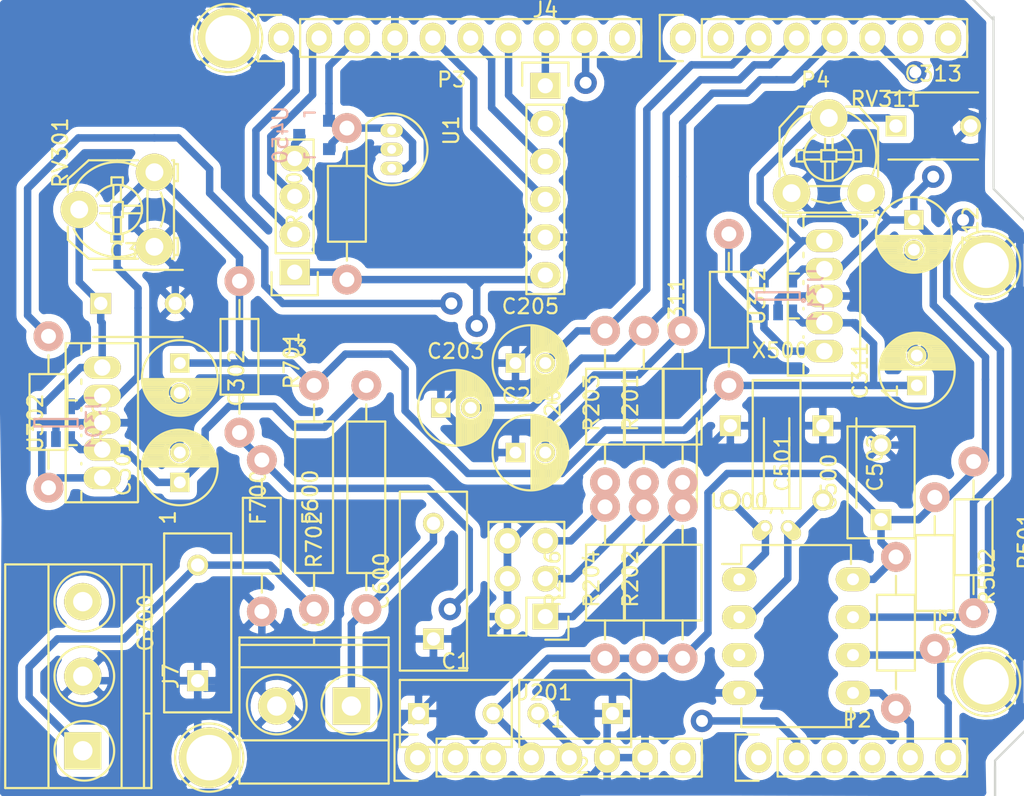
<source format=kicad_pcb>
(kicad_pcb (version 4) (host pcbnew 4.0.2-stable)
  (title_block (date "lun. 30 mars 2015"))
  (layers (0 F.Cu signal hide) (1 air_layer_1 signal) (2 air_layer_2 signal hide) (31 B.Cu signal) (34 B.Paste user hide) (35 F.Paste user hide) (36 B.SilkS user) (37 F.SilkS user) (38 B.Mask user hide) (39 F.Mask user hide) (44 Edge.Cuts user hide))
  (net 0 "")
  (net 1 +5V)
  (net 2 GND)
  (net 3 +3.3V)
  (net 4 Mes_bat)
  (net 5 I2C_SDA)
  (net 6 I2C_SCL)
  (net 7 A_REF)
  (net 8 ICSP2_SCK)
  (net 9 ICSP2_MISO)
  (net 10 ICSP2_MOSI)
  (net 11 SDCARD_CS)
  (net 12 Charge_ON)
  (net 13 BUTTON_LOW)
  (net 14 BUTTON_MID)
  (net 15 BUTTON_UP)
  (net 16 Alarm_clock)
  (net 17 V_sol)
  (net 18 V_bat)
  (net 19 "Net-(C303-Pad1)")
  (net 20 "Net-(C501-Pad2)")
  (net 21 "Net-(C502-Pad2)")
  (net 22 "Net-(C600-Pad2)")
  (net 23 "Net-(C700-Pad2)")
  (net 24 "Net-(J201-Pad1)")
  (net 25 "Net-(J201-Pad3)")
  (net 26 "Net-(J201-Pad5)")
  (net 27 "Net-(R301-Pad2)")
  (net 28 "Net-(C313-Pad1)")
  (net 29 "Net-(R311-Pad2)")
  (module Socket_Arduino_Uno:Socket_Strip_Arduino_1x08 (layer F.Cu) (at 138.938 123.825)
    (fp_text reference P1 (at 8.89 -2.54) (layer F.SilkS))
    (fp_text value Power hide)
    (pad 1 thru_hole oval (at 0 0) (size 1.7272 2.032) (drill 1.016) (layers *.Cu *.Mask F.SilkS))
    (pad 2 thru_hole oval (at 2.54 0) (size 1.7272 2.032) (drill 1.016) (layers *.Cu *.Mask F.SilkS))
    (pad 3 thru_hole oval (at 5.08 0) (size 1.7272 2.032) (drill 1.016) (layers *.Cu *.Mask F.SilkS))
    (pad 4 thru_hole oval (at 7.62 0) (size 1.7272 2.032) (drill 1.016) (layers *.Cu *.Mask F.SilkS) (net 3 +3.3V))
    (pad 5 thru_hole oval (at 10.16 0) (size 1.7272 2.032) (drill 1.016) (layers *.Cu *.Mask F.SilkS) (net 1 +5V))
    (pad 6 thru_hole oval (at 12.7 0) (size 1.7272 2.032) (drill 1.016) (layers *.Cu *.Mask F.SilkS) (net 2 GND))
    (pad 7 thru_hole oval (at 15.24 0) (size 1.7272 2.032) (drill 1.016) (layers *.Cu *.Mask F.SilkS) (net 2 GND))
    (pad 8 thru_hole oval (at 17.78 0) (size 1.7272 2.032) (drill 1.016) (layers *.Cu *.Mask F.SilkS))
  )
  (module Socket_Arduino_Uno:Socket_Strip_Arduino_1x06 (layer F.Cu) (at 161.798 123.825)
    (fp_text reference P2 (at 6.604 -2.54) (layer F.SilkS))
    (fp_text value Analog hide)
    (pad 1 thru_hole oval (at 0 0) (size 1.7272 2.032) (drill 1.016) (layers *.Cu *.Mask F.SilkS))
    (pad 2 thru_hole oval (at 2.54 0) (size 1.7272 2.032) (drill 1.016) (layers *.Cu *.Mask F.SilkS) (net 4 Mes_bat))
    (pad 3 thru_hole oval (at 5.08 0) (size 1.7272 2.032) (drill 1.016) (layers *.Cu *.Mask F.SilkS))
    (pad 4 thru_hole oval (at 7.62 0) (size 1.7272 2.032) (drill 1.016) (layers *.Cu *.Mask F.SilkS))
    (pad 5 thru_hole oval (at 10.16 0) (size 1.7272 2.032) (drill 1.016) (layers *.Cu *.Mask F.SilkS) (net 5 I2C_SDA))
    (pad 6 thru_hole oval (at 12.7 0) (size 1.7272 2.032) (drill 1.016) (layers *.Cu *.Mask F.SilkS) (net 6 I2C_SCL))
  )
  (module Socket_Arduino_Uno:Socket_Strip_Arduino_1x10 (layer F.Cu) (at 129.794 75.565)
    (fp_text reference P3 (at 11.43 2.794) (layer F.SilkS))
    (fp_text value Digital hide)
    (pad 1 thru_hole oval (at 0 0) (size 1.7272 2.032) (drill 1.016) (layers *.Cu *.Mask F.SilkS) (net 6 I2C_SCL))
    (pad 2 thru_hole oval (at 2.54 0) (size 1.7272 2.032) (drill 1.016) (layers *.Cu *.Mask F.SilkS) (net 5 I2C_SDA))
    (pad 3 thru_hole oval (at 5.08 0) (size 1.7272 2.032) (drill 1.016) (layers *.Cu *.Mask F.SilkS) (net 7 A_REF))
    (pad 4 thru_hole oval (at 7.62 0) (size 1.7272 2.032) (drill 1.016) (layers *.Cu *.Mask F.SilkS) (net 2 GND))
    (pad 5 thru_hole oval (at 10.16 0) (size 1.7272 2.032) (drill 1.016) (layers *.Cu *.Mask F.SilkS) (net 8 ICSP2_SCK))
    (pad 6 thru_hole oval (at 12.7 0) (size 1.7272 2.032) (drill 1.016) (layers *.Cu *.Mask F.SilkS) (net 9 ICSP2_MISO))
    (pad 7 thru_hole oval (at 15.24 0) (size 1.7272 2.032) (drill 1.016) (layers *.Cu *.Mask F.SilkS) (net 10 ICSP2_MOSI))
    (pad 8 thru_hole oval (at 17.78 0) (size 1.7272 2.032) (drill 1.016) (layers *.Cu *.Mask F.SilkS) (net 11 SDCARD_CS))
    (pad 9 thru_hole oval (at 20.32 0) (size 1.7272 2.032) (drill 1.016) (layers *.Cu *.Mask F.SilkS) (net 12 Charge_ON))
    (pad 10 thru_hole oval (at 22.86 0) (size 1.7272 2.032) (drill 1.016) (layers *.Cu *.Mask F.SilkS))
  )
  (module Socket_Arduino_Uno:Socket_Strip_Arduino_1x08 (layer F.Cu) (at 156.718 75.565)
    (fp_text reference P4 (at 8.89 2.794) (layer F.SilkS))
    (fp_text value Digital hide)
    (pad 1 thru_hole oval (at 0 0) (size 1.7272 2.032) (drill 1.016) (layers *.Cu *.Mask F.SilkS))
    (pad 2 thru_hole oval (at 2.54 0) (size 1.7272 2.032) (drill 1.016) (layers *.Cu *.Mask F.SilkS))
    (pad 3 thru_hole oval (at 5.08 0) (size 1.7272 2.032) (drill 1.016) (layers *.Cu *.Mask F.SilkS) (net 13 BUTTON_LOW))
    (pad 4 thru_hole oval (at 7.62 0) (size 1.7272 2.032) (drill 1.016) (layers *.Cu *.Mask F.SilkS) (net 14 BUTTON_MID))
    (pad 5 thru_hole oval (at 10.16 0) (size 1.7272 2.032) (drill 1.016) (layers *.Cu *.Mask F.SilkS) (net 15 BUTTON_UP))
    (pad 6 thru_hole oval (at 12.7 0) (size 1.7272 2.032) (drill 1.016) (layers *.Cu *.Mask F.SilkS) (net 16 Alarm_clock))
    (pad 7 thru_hole oval (at 15.24 0) (size 1.7272 2.032) (drill 1.016) (layers *.Cu *.Mask F.SilkS))
    (pad 8 thru_hole oval (at 17.78 0) (size 1.7272 2.032) (drill 1.016) (layers *.Cu *.Mask F.SilkS))
  )
  (module Socket_Arduino_Uno:Arduino_1pin (layer F.Cu) (at 124.968 123.825)
    (fp_text reference P5 hide)
    (fp_text value CONN_01X01 hide)
    (pad 1 thru_hole circle (at 0 0) (size 4.064 4.064) (drill 3.048) (layers *.Cu *.Mask F.SilkS) (net 2 GND))
  )
  (module Socket_Arduino_Uno:Arduino_1pin (layer F.Cu) (at 177.038 118.745)
    (fp_text reference P6 hide)
    (fp_text value CONN_01X01 hide)
    (pad 1 thru_hole circle (at 0 0) (size 4.064 4.064) (drill 3.048) (layers *.Cu *.Mask F.SilkS) (net 2 GND))
  )
  (module Socket_Arduino_Uno:Arduino_1pin (layer F.Cu) (at 126.238 75.565)
    (fp_text reference P7 hide)
    (fp_text value CONN_01X01 hide)
    (pad 1 thru_hole circle (at 0 0) (size 4.064 4.064) (drill 3.048) (layers *.Cu *.Mask F.SilkS) (net 2 GND))
  )
  (module Socket_Arduino_Uno:Arduino_1pin (layer F.Cu) (at 177.038 90.805)
    (fp_text reference P8 hide)
    (fp_text value CONN_01X01 hide)
    (pad 1 thru_hole circle (at 0 0) (size 4.064 4.064) (drill 3.048) (layers *.Cu *.Mask F.SilkS) (net 2 GND))
  )
  (module Pin_Headers:Pin_Header_Straight_1x06 (layer F.Cu) (at 147.498 78.765)
    (fp_text reference J4 (at 0 -5.1) (layer F.SilkS))
    (fp_text value CONN_01X06 hide)
    (pad 1 thru_hole rect (at 0 0) (size 2.032 1.7272) (drill 1.016) (layers *.Cu *.Mask F.SilkS) (net 11 SDCARD_CS))
    (pad 2 thru_hole oval (at 0 2.54) (size 2.032 1.7272) (drill 1.016) (layers *.Cu *.Mask F.SilkS) (net 10 ICSP2_MOSI))
    (pad 3 thru_hole oval (at 0 5.08) (size 2.032 1.7272) (drill 1.016) (layers *.Cu *.Mask F.SilkS) (net 9 ICSP2_MISO))
    (pad 4 thru_hole oval (at 0 7.62) (size 2.032 1.7272) (drill 1.016) (layers *.Cu *.Mask F.SilkS) (net 8 ICSP2_SCK))
    (pad 5 thru_hole oval (at 0 10.16) (size 2.032 1.7272) (drill 1.016) (layers *.Cu *.Mask F.SilkS) (net 2 GND))
    (pad 6 thru_hole oval (at 0 12.7) (size 2.032 1.7272) (drill 1.016) (layers *.Cu *.Mask F.SilkS) (net 3 +3.3V))
  )
  (module TO_SOT_Packages_THT:Pentawatt_Neutral_Straight_Vertical_TO220-5-T05A (layer F.Cu) (at 166.798 92.865 90)
    (fp_text reference U312 (at 0 -5.08 90) (layer F.SilkS))
    (fp_text value MIC1825)
    (fp_text user 1 (at -6.35 3.81 90) (layer F.SilkS))
    (pad 3 thru_hole oval (at 0 -0.59944 180) (size 2.49936 1.50114) (drill 1.09982) (layers *.Cu *.Mask F.SilkS) (net 2 GND))
    (pad 1 thru_hole oval (at -3.70078 -0.59944 180) (size 2.49936 1.50114) (drill 1.09982) (layers *.Cu *.Mask F.SilkS) (net 29 "Net-(R311-Pad2)"))
    (pad 5 thru_hole oval (at 3.70078 -0.59944 180) (size 2.49936 1.50114) (drill 1.09982) (layers *.Cu *.Mask F.SilkS) (net 28 "Net-(C313-Pad1)"))
    (pad 4 thru_hole oval (at 1.80086 -0.59944 180) (size 2.49936 1.50114) (drill 1.09982) (layers *.Cu *.Mask F.SilkS) (net 3 +3.3V))
    (pad 2 thru_hole oval (at -1.80086 -0.59944 180) (size 2.49936 1.50114) (drill 1.09982) (layers *.Cu *.Mask F.SilkS) (net 18 V_bat))
  )
  (module TO_SOT_Packages_SMD:SOT-23-5 (layer B.Cu) (at 163.098 92.865 90)
    (fp_text reference U311 (at -0.05 2.55 90) (layer B.SilkS) (effects (justify mirror)))
    (fp_text value MIC5205)
    (pad 1 smd rect (at -1.1 0.95 90) (size 1.06 0.65) (layers B.Cu B.Paste B.Mask) (net 18 V_bat))
    (pad 2 smd rect (at -1.1 0 90) (size 1.06 0.65) (layers B.Cu B.Paste B.Mask) (net 2 GND))
    (pad 3 smd rect (at -1.1 -0.95 90) (size 1.06 0.65) (layers B.Cu B.Paste B.Mask) (net 29 "Net-(R311-Pad2)"))
    (pad 4 smd rect (at 1.1 -0.95 90) (size 1.06 0.65) (layers B.Cu B.Paste B.Mask) (net 28 "Net-(C313-Pad1)"))
    (pad 5 smd rect (at 1.1 0.95 90) (size 1.06 0.65) (layers B.Cu B.Paste B.Mask) (net 3 +3.3V))
  )
  (module Potentiometers:Potentiometer_Triwood_RM-065 (layer F.Cu) (at 163.998 85.965)
    (fp_text reference RV311 (at 6.30936 -6.30936) (layer F.SilkS))
    (fp_text value 200k)
    (pad 2 thru_hole circle (at 2.49936 -5.03936) (size 2.49936 2.49936) (drill 1.19888) (layers *.Cu *.Mask F.SilkS) (net 28 "Net-(C313-Pad1)"))
    (pad 3 thru_hole circle (at 4.99872 0) (size 2.49936 2.49936) (drill 1.19888) (layers *.Cu *.Mask F.SilkS) (net 3 +3.3V))
    (pad 1 thru_hole circle (at 0 0) (size 2.49936 2.49936) (drill 1.19888) (layers *.Cu *.Mask F.SilkS) (net 2 GND))
  )
  (module Resistors_ThroughHole:Resistor_Horizontal_RM10mm (layer F.Cu) (at 159.798 98.865 90)
    (fp_text reference R311 (at 5.32892 -3.50012 90) (layer F.SilkS))
    (fp_text value 10k)
    (pad 1 thru_hole circle (at 0 0 90) (size 1.99898 1.99898) (drill 1.00076) (layers *.Cu *.SilkS *.Mask) (net 18 V_bat))
    (pad 2 thru_hole circle (at 10.16 0 90) (size 1.99898 1.99898) (drill 1.00076) (layers *.Cu *.SilkS *.Mask) (net 29 "Net-(R311-Pad2)"))
  )
  (module Capacitors_ThroughHole:C_Disc_D6_P5 (layer F.Cu) (at 170.998 81.465)
    (fp_text reference C313 (at 2.5 -3.5) (layer F.SilkS))
    (fp_text value 470p)
    (pad 1 thru_hole rect (at 0 0) (size 1.4 1.4) (drill 0.9) (layers *.Cu *.Mask F.SilkS) (net 28 "Net-(C313-Pad1)"))
    (pad 2 thru_hole circle (at 5 0) (size 1.4 1.4) (drill 0.9) (layers *.Cu *.Mask F.SilkS) (net 2 GND))
  )
  (module Capacitors_ThroughHole:C_Radial_D5_L11_P2 (layer F.Cu) (at 172.198 87.765 270)
    (fp_text reference C312 (at 1 -3.8 270) (layer F.SilkS))
    (fp_text value 1u)
    (pad 1 thru_hole rect (at 0 0 270) (size 1.3 1.3) (drill 0.8) (layers *.Cu *.Mask F.SilkS) (net 3 +3.3V))
    (pad 2 thru_hole circle (at 2 0 270) (size 1.3 1.3) (drill 0.8) (layers *.Cu *.Mask F.SilkS) (net 2 GND))
  )
  (module Capacitors_ThroughHole:C_Radial_D5_L11_P2 (layer F.Cu) (at 172.398 98.865 90)
    (fp_text reference C311 (at 1 -3.8 90) (layer F.SilkS))
    (fp_text value 1u)
    (pad 1 thru_hole rect (at 0 0 90) (size 1.3 1.3) (drill 0.8) (layers *.Cu *.Mask F.SilkS) (net 18 V_bat))
    (pad 2 thru_hole circle (at 2 0 90) (size 1.3 1.3) (drill 0.8) (layers *.Cu *.Mask F.SilkS) (net 2 GND))
  )
  (module TO_SOT_Packages_THT:TO-92_Inline_Narrow_Oval (layer F.Cu) (at 137.198 81.765 270)
    (fp_text reference U1 (at 0 -4 270) (layer F.SilkS))
    (fp_text value TL431TH)
    (pad 2 thru_hole oval (at 1.27 0 90) (size 0.89916 1.50114) (drill 0.6) (layers *.Cu *.Mask F.SilkS) (net 2 GND))
    (pad 3 thru_hole oval (at 2.54 0 90) (size 0.89916 1.50114) (drill 0.6) (layers *.Cu *.Mask F.SilkS) (net 7 A_REF))
    (pad 1 thru_hole oval (at 0 0 90) (size 0.89916 1.50114) (drill 0.6) (layers *.Cu *.Mask F.SilkS) (net 7 A_REF))
  )
  (module Capacitors_ThroughHole:C_Disc_D7.5_P5 (layer F.Cu) (at 151.998 120.865 180)
    (fp_text reference C2 (at 2.5 -3.5 180) (layer F.SilkS))
    (fp_text value 100n)
    (pad 1 thru_hole rect (at 0 0 180) (size 1.4 1.4) (drill 0.9) (layers *.Cu *.Mask F.SilkS) (net 2 GND))
    (pad 2 thru_hole circle (at 5 0 180) (size 1.4 1.4) (drill 0.9) (layers *.Cu *.Mask F.SilkS) (net 1 +5V))
  )
  (module Capacitors_ThroughHole:C_Disc_D7.5_P5 (layer F.Cu) (at 138.998 120.865)
    (fp_text reference C1 (at 2.5 -3.5) (layer F.SilkS))
    (fp_text value 100n)
    (pad 1 thru_hole rect (at 0 0) (size 1.4 1.4) (drill 0.9) (layers *.Cu *.Mask F.SilkS) (net 2 GND))
    (pad 2 thru_hole circle (at 5 0) (size 1.4 1.4) (drill 0.9) (layers *.Cu *.Mask F.SilkS) (net 3 +3.3V))
  )
  (module TO_SOT_Packages_THT:Pentawatt_Neutral_Straight_Vertical_TO220-5-T05A (layer F.Cu) (at 118.398 101.365 90)
    (fp_text reference U302 (at 0 -5.08 90) (layer F.SilkS))
    (fp_text value MIC1825)
    (fp_text user 1 (at -6.35 3.81 90) (layer F.SilkS))
    (pad 3 thru_hole oval (at 0 -0.59944 180) (size 2.49936 1.50114) (drill 1.09982) (layers *.Cu *.Mask F.SilkS) (net 2 GND))
    (pad 1 thru_hole oval (at -3.70078 -0.59944 180) (size 2.49936 1.50114) (drill 1.09982) (layers *.Cu *.Mask F.SilkS) (net 27 "Net-(R301-Pad2)"))
    (pad 5 thru_hole oval (at 3.70078 -0.59944 180) (size 2.49936 1.50114) (drill 1.09982) (layers *.Cu *.Mask F.SilkS) (net 19 "Net-(C303-Pad1)"))
    (pad 4 thru_hole oval (at 1.80086 -0.59944 180) (size 2.49936 1.50114) (drill 1.09982) (layers *.Cu *.Mask F.SilkS) (net 18 V_bat))
    (pad 2 thru_hole oval (at -1.80086 -0.59944 180) (size 2.49936 1.50114) (drill 1.09982) (layers *.Cu *.Mask F.SilkS) (net 17 V_sol))
  )
  (module Terminal_Blocks:TerminalBlock_Pheonix_MKDS1.5-3pol (layer F.Cu) (at 116.498 123.365 90)
    (fp_text reference J7 (at 5 5.9 90) (layer F.SilkS))
    (fp_text value CONN_3 hide)
    (pad 3 thru_hole circle (at 10 0 90) (size 2.5 2.5) (drill 1.3) (layers *.Cu *.Mask F.SilkS))
    (pad 1 thru_hole rect (at 0 0 90) (size 2.5 2.5) (drill 1.3) (layers *.Cu *.Mask F.SilkS) (net 23 "Net-(C700-Pad2)"))
    (pad 2 thru_hole circle (at 5 0 90) (size 2.5 2.5) (drill 1.3) (layers *.Cu *.Mask F.SilkS) (net 2 GND))
  )
  (module Terminal_Blocks:TerminalBlock_Pheonix_MKDS1.5-2pol (layer F.Cu) (at 134.498 120.365 180)
    (fp_text reference J6 (at 2.5 5.9 180) (layer F.SilkS))
    (fp_text value CONN_2 hide)
    (pad 1 thru_hole rect (at 0 0 180) (size 2.5 2.5) (drill 1.3) (layers *.Cu *.Mask F.SilkS) (net 22 "Net-(C600-Pad2)"))
    (pad 2 thru_hole circle (at 5 0 180) (size 2.5 2.5) (drill 1.3) (layers *.Cu *.Mask F.SilkS) (net 2 GND))
  )
  (module Pin_Headers:Pin_Header_Straight_1x04 (layer F.Cu) (at 130.698 91.265 180)
    (fp_text reference J3 (at 0 -5.1 180) (layer F.SilkS))
    (fp_text value CONN_4 hide)
    (pad 1 thru_hole rect (at 0 0 180) (size 2.032 1.7272) (drill 1.016) (layers *.Cu *.Mask F.SilkS) (net 3 +3.3V))
    (pad 2 thru_hole oval (at 0 2.54 180) (size 2.032 1.7272) (drill 1.016) (layers *.Cu *.Mask F.SilkS) (net 6 I2C_SCL))
    (pad 3 thru_hole oval (at 0 5.08 180) (size 2.032 1.7272) (drill 1.016) (layers *.Cu *.Mask F.SilkS) (net 5 I2C_SDA))
    (pad 4 thru_hole oval (at 0 7.62 180) (size 2.032 1.7272) (drill 1.016) (layers *.Cu *.Mask F.SilkS) (net 2 GND))
  )
  (module Pin_Headers:Pin_Header_Straight_2x03 (layer F.Cu) (at 147.498 114.365 180)
    (fp_text reference J201 (at 0 -5.1 180) (layer F.SilkS))
    (fp_text value CONN_3X2 hide)
    (pad 1 thru_hole rect (at 0 0 180) (size 1.7272 1.7272) (drill 1.016) (layers *.Cu *.Mask F.SilkS) (net 24 "Net-(J201-Pad1)"))
    (pad 2 thru_hole oval (at 2.54 0 180) (size 1.7272 1.7272) (drill 1.016) (layers *.Cu *.Mask F.SilkS) (net 2 GND))
    (pad 3 thru_hole oval (at 0 2.54 180) (size 1.7272 1.7272) (drill 1.016) (layers *.Cu *.Mask F.SilkS) (net 25 "Net-(J201-Pad3)"))
    (pad 4 thru_hole oval (at 2.54 2.54 180) (size 1.7272 1.7272) (drill 1.016) (layers *.Cu *.Mask F.SilkS) (net 2 GND))
    (pad 5 thru_hole oval (at 0 5.08 180) (size 1.7272 1.7272) (drill 1.016) (layers *.Cu *.Mask F.SilkS) (net 26 "Net-(J201-Pad5)"))
    (pad 6 thru_hole oval (at 2.54 5.08 180) (size 1.7272 1.7272) (drill 1.016) (layers *.Cu *.Mask F.SilkS) (net 2 GND))
  )
  (module Crystals:Crystal_Round_Horizontal_3mm_BigPad (layer F.Cu) (at 162.998 108.365)
    (fp_text reference X500 (at 0.24892 -11.8491) (layer F.SilkS))
    (fp_text value 32.768KHz)
    (pad 1 thru_hole oval (at -0.7493 0 45) (size 1.50114 1.00076) (drill 0.59944 (offset -0.29972 0)) (layers *.Cu *.Mask F.SilkS) (net 20 "Net-(C501-Pad2)"))
    (pad 2 thru_hole oval (at 0.7493 0 315) (size 1.50114 1.00076) (drill 0.59944 (offset 0.29972 0)) (layers *.Cu *.Mask F.SilkS) (net 21 "Net-(C502-Pad2)"))
  )
  (module Housings_DIP:DIP-8_W7.62mm_LongPads (layer F.Cu) (at 160.498 111.865)
    (fp_text reference U500 (at 0 -5.22) (layer F.SilkS))
    (fp_text value MCP7940)
    (pad 1 thru_hole oval (at 0 0) (size 2.3 1.6) (drill 0.8) (layers *.Cu *.Mask F.SilkS) (net 20 "Net-(C501-Pad2)"))
    (pad 2 thru_hole oval (at 0 2.54) (size 2.3 1.6) (drill 0.8) (layers *.Cu *.Mask F.SilkS) (net 21 "Net-(C502-Pad2)"))
    (pad 3 thru_hole oval (at 0 5.08) (size 2.3 1.6) (drill 0.8) (layers *.Cu *.Mask F.SilkS))
    (pad 4 thru_hole oval (at 0 7.62) (size 2.3 1.6) (drill 0.8) (layers *.Cu *.Mask F.SilkS) (net 2 GND))
    (pad 5 thru_hole oval (at 7.62 7.62) (size 2.3 1.6) (drill 0.8) (layers *.Cu *.Mask F.SilkS) (net 5 I2C_SDA))
    (pad 6 thru_hole oval (at 7.62 5.08) (size 2.3 1.6) (drill 0.8) (layers *.Cu *.Mask F.SilkS) (net 6 I2C_SCL))
    (pad 7 thru_hole oval (at 7.62 2.54) (size 2.3 1.6) (drill 0.8) (layers *.Cu *.Mask F.SilkS) (net 16 Alarm_clock))
    (pad 8 thru_hole oval (at 7.62 0) (size 2.3 1.6) (drill 0.8) (layers *.Cu *.Mask F.SilkS) (net 3 +3.3V))
  )
  (module TO_SOT_Packages_SMD:SOT-23 (layer B.Cu) (at 131.998 82.065 270)
    (fp_text reference U450 (at 0 2.25 270) (layer B.SilkS) (effects (justify mirror)))
    (fp_text value TL431LP)
    (pad 1 smd rect (at -0.95 -1.00076 270) (size 0.8001 0.8001) (layers B.Cu B.Paste B.Mask) (net 7 A_REF))
    (pad 2 smd rect (at 0.95 -1.00076 270) (size 0.8001 0.8001) (layers B.Cu B.Paste B.Mask) (net 7 A_REF))
    (pad 3 smd rect (at 0 0.99822 270) (size 0.8001 0.8001) (layers B.Cu B.Paste B.Mask) (net 2 GND))
  )
  (module TO_SOT_Packages_SMD:SOT-23-5 (layer B.Cu) (at 114.698 101.365 90)
    (fp_text reference U301 (at -0.05 2.55 90) (layer B.SilkS) (effects (justify mirror)))
    (fp_text value MIC5205)
    (pad 1 smd rect (at -1.1 0.95 90) (size 1.06 0.65) (layers B.Cu B.Paste B.Mask) (net 17 V_sol))
    (pad 2 smd rect (at -1.1 0 90) (size 1.06 0.65) (layers B.Cu B.Paste B.Mask) (net 2 GND))
    (pad 3 smd rect (at -1.1 -0.95 90) (size 1.06 0.65) (layers B.Cu B.Paste B.Mask) (net 27 "Net-(R301-Pad2)"))
    (pad 4 smd rect (at 1.1 -0.95 90) (size 1.06 0.65) (layers B.Cu B.Paste B.Mask) (net 19 "Net-(C303-Pad1)"))
    (pad 5 smd rect (at 1.1 0.95 90) (size 1.06 0.65) (layers B.Cu B.Paste B.Mask) (net 18 V_bat))
  )
  (module Potentiometers:Potentiometer_Triwood_RM-065 (layer F.Cu) (at 121.298 89.565 90)
    (fp_text reference RV301 (at 6.30936 -6.30936 90) (layer F.SilkS))
    (fp_text value 200k)
    (pad 2 thru_hole circle (at 2.49936 -5.03936 90) (size 2.49936 2.49936) (drill 1.19888) (layers *.Cu *.Mask F.SilkS) (net 19 "Net-(C303-Pad1)"))
    (pad 3 thru_hole circle (at 4.99872 0 90) (size 2.49936 2.49936) (drill 1.19888) (layers *.Cu *.Mask F.SilkS) (net 18 V_bat))
    (pad 1 thru_hole circle (at 0 0 90) (size 2.49936 2.49936) (drill 1.19888) (layers *.Cu *.Mask F.SilkS) (net 2 GND))
  )
  (module Resistors_ThroughHole:Resistor_Horizontal_RM10mm (layer F.Cu) (at 128.498 103.865 270)
    (fp_text reference R702 (at 5.32892 -3.50012 270) (layer F.SilkS))
    (fp_text value 4k7)
    (pad 1 thru_hole circle (at 0 0 270) (size 1.99898 1.99898) (drill 1.00076) (layers *.Cu *.SilkS *.Mask) (net 4 Mes_bat))
    (pad 2 thru_hole circle (at 10.16 0 270) (size 1.99898 1.99898) (drill 1.00076) (layers *.Cu *.SilkS *.Mask) (net 2 GND))
  )
  (module Resistors_ThroughHole:Resistor_Horizontal_RM10mm (layer F.Cu) (at 126.998 91.865 270)
    (fp_text reference R701 (at 5.32892 -3.50012 270) (layer F.SilkS))
    (fp_text value 10k)
    (pad 1 thru_hole circle (at 0 0 270) (size 1.99898 1.99898) (drill 1.00076) (layers *.Cu *.SilkS *.Mask) (net 18 V_bat))
    (pad 2 thru_hole circle (at 10.16 0 270) (size 1.99898 1.99898) (drill 1.00076) (layers *.Cu *.SilkS *.Mask) (net 4 Mes_bat))
  )
  (module Resistors_ThroughHole:Resistor_Horizontal_RM10mm (layer F.Cu) (at 170.998 110.365 270)
    (fp_text reference R503 (at 5.32892 -3.50012 270) (layer F.SilkS))
    (fp_text value 2.2k)
    (pad 1 thru_hole circle (at 0 0 270) (size 1.99898 1.99898) (drill 1.00076) (layers *.Cu *.SilkS *.Mask) (net 3 +3.3V))
    (pad 2 thru_hole circle (at 10.16 0 270) (size 1.99898 1.99898) (drill 1.00076) (layers *.Cu *.SilkS *.Mask) (net 5 I2C_SDA))
  )
  (module Resistors_ThroughHole:Resistor_Horizontal_RM10mm (layer F.Cu) (at 173.598 106.365 270)
    (fp_text reference R502 (at 5.32892 -3.50012 270) (layer F.SilkS))
    (fp_text value 2.2k)
    (pad 1 thru_hole circle (at 0 0 270) (size 1.99898 1.99898) (drill 1.00076) (layers *.Cu *.SilkS *.Mask) (net 3 +3.3V))
    (pad 2 thru_hole circle (at 10.16 0 270) (size 1.99898 1.99898) (drill 1.00076) (layers *.Cu *.SilkS *.Mask) (net 6 I2C_SCL))
  )
  (module Resistors_ThroughHole:Resistor_Horizontal_RM10mm (layer F.Cu) (at 176.198 103.965 270)
    (fp_text reference R501 (at 5.32892 -3.50012 270) (layer F.SilkS))
    (fp_text value 10k)
    (pad 1 thru_hole circle (at 0 0 270) (size 1.99898 1.99898) (drill 1.00076) (layers *.Cu *.SilkS *.Mask) (net 3 +3.3V))
    (pad 2 thru_hole circle (at 10.16 0 270) (size 1.99898 1.99898) (drill 1.00076) (layers *.Cu *.SilkS *.Mask) (net 16 Alarm_clock))
  )
  (module Resistors_ThroughHole:Resistor_Horizontal_RM10mm (layer F.Cu) (at 134.198 91.765 90)
    (fp_text reference R450 (at 5.32892 -3.50012 90) (layer F.SilkS))
    (fp_text value 100k)
    (pad 1 thru_hole circle (at 0 0 90) (size 1.99898 1.99898) (drill 1.00076) (layers *.Cu *.SilkS *.Mask) (net 3 +3.3V))
    (pad 2 thru_hole circle (at 10.16 0 90) (size 1.99898 1.99898) (drill 1.00076) (layers *.Cu *.SilkS *.Mask) (net 7 A_REF))
  )
  (module Resistors_ThroughHole:Resistor_Horizontal_RM10mm (layer F.Cu) (at 114.198 95.565 270)
    (fp_text reference R301 (at 5.32892 -3.50012 270) (layer F.SilkS))
    (fp_text value 1k)
    (pad 1 thru_hole circle (at 0 0 270) (size 1.99898 1.99898) (drill 1.00076) (layers *.Cu *.SilkS *.Mask) (net 12 Charge_ON))
    (pad 2 thru_hole circle (at 10.16 0 270) (size 1.99898 1.99898) (drill 1.00076) (layers *.Cu *.SilkS *.Mask) (net 27 "Net-(R301-Pad2)"))
  )
  (module Resistors_ThroughHole:Resistor_Horizontal_RM10mm (layer F.Cu) (at 151.498 117.165 90)
    (fp_text reference R206 (at 5.32892 -3.50012 90) (layer F.SilkS))
    (fp_text value 10k)
    (pad 1 thru_hole circle (at 0 0 90) (size 1.99898 1.99898) (drill 1.00076) (layers *.Cu *.SilkS *.Mask) (net 3 +3.3V))
    (pad 2 thru_hole circle (at 10.16 0 90) (size 1.99898 1.99898) (drill 1.00076) (layers *.Cu *.SilkS *.Mask) (net 26 "Net-(J201-Pad5)"))
  )
  (module Resistors_ThroughHole:Resistor_Horizontal_RM10mm (layer F.Cu) (at 151.498 105.365 90)
    (fp_text reference R205 (at 5.32892 -3.50012 90) (layer F.SilkS))
    (fp_text value 10k)
    (pad 1 thru_hole circle (at 0 0 90) (size 1.99898 1.99898) (drill 1.00076) (layers *.Cu *.SilkS *.Mask) (net 26 "Net-(J201-Pad5)"))
    (pad 2 thru_hole circle (at 10.16 0 90) (size 1.99898 1.99898) (drill 1.00076) (layers *.Cu *.SilkS *.Mask) (net 13 BUTTON_LOW))
  )
  (module Resistors_ThroughHole:Resistor_Horizontal_RM10mm (layer F.Cu) (at 154.098 117.165 90)
    (fp_text reference R204 (at 5.32892 -3.50012 90) (layer F.SilkS))
    (fp_text value 10k)
    (pad 1 thru_hole circle (at 0 0 90) (size 1.99898 1.99898) (drill 1.00076) (layers *.Cu *.SilkS *.Mask) (net 3 +3.3V))
    (pad 2 thru_hole circle (at 10.16 0 90) (size 1.99898 1.99898) (drill 1.00076) (layers *.Cu *.SilkS *.Mask) (net 25 "Net-(J201-Pad3)"))
  )
  (module Resistors_ThroughHole:Resistor_Horizontal_RM10mm (layer F.Cu) (at 154.098 105.365 90)
    (fp_text reference R203 (at 5.32892 -3.50012 90) (layer F.SilkS))
    (fp_text value 10k)
    (pad 1 thru_hole circle (at 0 0 90) (size 1.99898 1.99898) (drill 1.00076) (layers *.Cu *.SilkS *.Mask) (net 25 "Net-(J201-Pad3)"))
    (pad 2 thru_hole circle (at 10.16 0 90) (size 1.99898 1.99898) (drill 1.00076) (layers *.Cu *.SilkS *.Mask) (net 14 BUTTON_MID))
  )
  (module Resistors_ThroughHole:Resistor_Horizontal_RM10mm (layer F.Cu) (at 156.698 117.165 90)
    (fp_text reference R202 (at 5.32892 -3.50012 90) (layer F.SilkS))
    (fp_text value 10k)
    (pad 1 thru_hole circle (at 0 0 90) (size 1.99898 1.99898) (drill 1.00076) (layers *.Cu *.SilkS *.Mask) (net 3 +3.3V))
    (pad 2 thru_hole circle (at 10.16 0 90) (size 1.99898 1.99898) (drill 1.00076) (layers *.Cu *.SilkS *.Mask) (net 24 "Net-(J201-Pad1)"))
  )
  (module Resistors_ThroughHole:Resistor_Horizontal_RM10mm (layer F.Cu) (at 156.698 105.365 90)
    (fp_text reference R201 (at 5.32892 -3.50012 90) (layer F.SilkS))
    (fp_text value 10k)
    (pad 1 thru_hole circle (at 0 0 90) (size 1.99898 1.99898) (drill 1.00076) (layers *.Cu *.SilkS *.Mask) (net 24 "Net-(J201-Pad1)"))
    (pad 2 thru_hole circle (at 10.16 0 90) (size 1.99898 1.99898) (drill 1.00076) (layers *.Cu *.SilkS *.Mask) (net 15 BUTTON_UP))
  )
  (module Resistors_ThroughHole:Resistor_Horizontal_RM15mm (layer F.Cu) (at 131.998 113.865 90)
    (fp_text reference F700 (at 7.5 -3.74904 90) (layer F.SilkS))
    (fp_text value 3A)
    (pad 1 thru_hole circle (at 0 0 90) (size 1.99898 1.99898) (drill 1.00076) (layers *.Cu *.SilkS *.Mask) (net 23 "Net-(C700-Pad2)"))
    (pad 2 thru_hole circle (at 15 0 90) (size 1.99898 1.99898) (drill 1.00076) (layers *.Cu *.SilkS *.Mask) (net 18 V_bat))
  )
  (module Resistors_ThroughHole:Resistor_Horizontal_RM15mm (layer F.Cu) (at 135.498 113.865 90)
    (fp_text reference F600 (at 7.5 -3.74904 90) (layer F.SilkS))
    (fp_text value 1A)
    (pad 1 thru_hole circle (at 0 0 90) (size 1.99898 1.99898) (drill 1.00076) (layers *.Cu *.SilkS *.Mask) (net 22 "Net-(C600-Pad2)"))
    (pad 2 thru_hole circle (at 15 0 90) (size 1.99898 1.99898) (drill 1.00076) (layers *.Cu *.SilkS *.Mask) (net 17 V_sol))
  )
  (module Capacitors_ThroughHole:C_Disc_D12_P7.75 (layer F.Cu) (at 124.198 118.665 90)
    (fp_text reference C700 (at 3.875 -3.5 90) (layer F.SilkS))
    (fp_text value 100n)
    (pad 1 thru_hole rect (at 0 0 90) (size 1.4 1.4) (drill 0.9) (layers *.Cu *.Mask F.SilkS) (net 2 GND))
    (pad 2 thru_hole circle (at 7.75 0 90) (size 1.4 1.4) (drill 0.9) (layers *.Cu *.Mask F.SilkS) (net 23 "Net-(C700-Pad2)"))
  )
  (module Capacitors_ThroughHole:C_Disc_D12_P7.75 (layer F.Cu) (at 139.998 115.865 90)
    (fp_text reference C600 (at 3.875 -3.5 90) (layer F.SilkS))
    (fp_text value 100nF)
    (pad 1 thru_hole rect (at 0 0 90) (size 1.4 1.4) (drill 0.9) (layers *.Cu *.Mask F.SilkS) (net 2 GND))
    (pad 2 thru_hole circle (at 7.75 0 90) (size 1.4 1.4) (drill 0.9) (layers *.Cu *.Mask F.SilkS) (net 22 "Net-(C600-Pad2)"))
  )
  (module Capacitors_ThroughHole:C_Disc_D6_P5 (layer F.Cu) (at 166.098 101.565 270)
    (fp_text reference C502 (at 2.5 -3.5 270) (layer F.SilkS))
    (fp_text value 10p)
    (pad 1 thru_hole rect (at 0 0 270) (size 1.4 1.4) (drill 0.9) (layers *.Cu *.Mask F.SilkS) (net 2 GND))
    (pad 2 thru_hole circle (at 5 0 270) (size 1.4 1.4) (drill 0.9) (layers *.Cu *.Mask F.SilkS) (net 21 "Net-(C502-Pad2)"))
  )
  (module Capacitors_ThroughHole:C_Disc_D6_P5 (layer F.Cu) (at 159.898 101.565 270)
    (fp_text reference C501 (at 2.5 -3.5 270) (layer F.SilkS))
    (fp_text value 10p)
    (pad 1 thru_hole rect (at 0 0 270) (size 1.4 1.4) (drill 0.9) (layers *.Cu *.Mask F.SilkS) (net 2 GND))
    (pad 2 thru_hole circle (at 5 0 270) (size 1.4 1.4) (drill 0.9) (layers *.Cu *.Mask F.SilkS) (net 20 "Net-(C501-Pad2)"))
  )
  (module Capacitors_ThroughHole:C_Disc_D7.5_P5 (layer F.Cu) (at 169.998 107.865 90)
    (fp_text reference C500 (at 2.5 -3.5 90) (layer F.SilkS))
    (fp_text value 100n)
    (pad 1 thru_hole rect (at 0 0 90) (size 1.4 1.4) (drill 0.9) (layers *.Cu *.Mask F.SilkS) (net 3 +3.3V))
    (pad 2 thru_hole circle (at 5 0 90) (size 1.4 1.4) (drill 0.9) (layers *.Cu *.Mask F.SilkS) (net 2 GND))
  )
  (module Capacitors_ThroughHole:C_Disc_D6_P5 (layer F.Cu) (at 117.698 93.365)
    (fp_text reference C303 (at 2.5 -3.5) (layer F.SilkS))
    (fp_text value 470pF)
    (pad 1 thru_hole rect (at 0 0) (size 1.4 1.4) (drill 0.9) (layers *.Cu *.Mask F.SilkS) (net 19 "Net-(C303-Pad1)"))
    (pad 2 thru_hole circle (at 5 0) (size 1.4 1.4) (drill 0.9) (layers *.Cu *.Mask F.SilkS) (net 2 GND))
  )
  (module Capacitors_ThroughHole:C_Radial_D5_L11_P2 (layer F.Cu) (at 122.998 97.365 270)
    (fp_text reference C302 (at 1 -3.8 270) (layer F.SilkS))
    (fp_text value 1u)
    (pad 1 thru_hole rect (at 0 0 270) (size 1.3 1.3) (drill 0.8) (layers *.Cu *.Mask F.SilkS) (net 18 V_bat))
    (pad 2 thru_hole circle (at 2 0 270) (size 1.3 1.3) (drill 0.8) (layers *.Cu *.Mask F.SilkS) (net 2 GND))
  )
  (module Capacitors_ThroughHole:C_Radial_D5_L11_P2 (layer F.Cu) (at 122.998 105.365 90)
    (fp_text reference C301 (at 1 -3.8 90) (layer F.SilkS))
    (fp_text value 1u)
    (pad 1 thru_hole rect (at 0 0 90) (size 1.3 1.3) (drill 0.8) (layers *.Cu *.Mask F.SilkS) (net 17 V_sol))
    (pad 2 thru_hole circle (at 2 0 90) (size 1.3 1.3) (drill 0.8) (layers *.Cu *.Mask F.SilkS) (net 2 GND))
  )
  (module Capacitors_ThroughHole:C_Radial_D5_L11_P2 (layer F.Cu) (at 145.498 97.365)
    (fp_text reference C205 (at 1 -3.8) (layer F.SilkS))
    (fp_text value 1u)
    (pad 1 thru_hole rect (at 0 0) (size 1.3 1.3) (drill 0.8) (layers *.Cu *.Mask F.SilkS) (net 2 GND))
    (pad 2 thru_hole circle (at 2 0) (size 1.3 1.3) (drill 0.8) (layers *.Cu *.Mask F.SilkS) (net 13 BUTTON_LOW))
  )
  (module Capacitors_ThroughHole:C_Radial_D5_L11_P2 (layer F.Cu) (at 140.498 100.365)
    (fp_text reference C203 (at 1 -3.8) (layer F.SilkS))
    (fp_text value 1u)
    (pad 1 thru_hole rect (at 0 0) (size 1.3 1.3) (drill 0.8) (layers *.Cu *.Mask F.SilkS) (net 2 GND))
    (pad 2 thru_hole circle (at 2 0) (size 1.3 1.3) (drill 0.8) (layers *.Cu *.Mask F.SilkS) (net 14 BUTTON_MID))
  )
  (module Capacitors_ThroughHole:C_Radial_D5_L11_P2 (layer F.Cu) (at 145.498 103.365)
    (fp_text reference C201 (at 1 -3.8) (layer F.SilkS))
    (fp_text value 1u)
    (pad 1 thru_hole rect (at 0 0) (size 1.3 1.3) (drill 0.8) (layers *.Cu *.Mask F.SilkS) (net 2 GND))
    (pad 2 thru_hole circle (at 2 0) (size 1.3 1.3) (drill 0.8) (layers *.Cu *.Mask F.SilkS) (net 15 BUTTON_UP))
  )
  (gr_line (start 177.638 126.965) (end 177.638 124.425) (angle 90) (layer Edge.Cuts) (width 0.15))
  (gr_line (start 177.538 74.349) (end 176.014 72.825) (angle 90) (layer Edge.Cuts) (width 0.15))
  (gr_line (start 175.014 72.525) (end 110.498 72.525) (angle 90) (layer Edge.Cuts) (width 0.15))
  (gr_line (start 110.498 126.965) (end 176.538 126.965) (angle 90) (layer Edge.Cuts) (width 0.15))
  (gr_line (start 110.498 73.625) (end 110.498 126.965) (angle 90) (layer Edge.Cuts) (width 0.15))
  (gr_line (start 111.598 126.965) (end 177.638 126.965) (angle 90) (layer Edge.Cuts) (width 0.15))
  (gr_line (start 177.638 126.565) (end 177.638 124.025) (angle 90) (layer Edge.Cuts) (width 0.15))
  (gr_line (start 177.638 124.025) (end 180.178 121.485) (angle 90) (layer Edge.Cuts) (width 0.15))
  (gr_line (start 180.178 121.285) (end 180.178 88.519) (angle 90) (layer Edge.Cuts) (width 0.15))
  (gr_line (start 180.078 88.219) (end 177.538 85.679) (angle 90) (layer Edge.Cuts) (width 0.15))
  (gr_line (start 177.538 85.579) (end 177.538 74.149) (angle 90) (layer Edge.Cuts) (width 0.15))
  (gr_line (start 177.238 74.049) (end 175.714 72.525) (angle 90) (layer Edge.Cuts) (width 0.15))
  (gr_line (start 175.714 72.525) (end 111.198 72.525) (angle 90) (layer Edge.Cuts) (width 0.15))
  (gr_line (start 110.498 72.525) (end 110.498 125.865) (angle 90) (layer Edge.Cuts) (width 0.15))
  (gr_text 1 (at 138.938 121.285 90) (layer F.SilkS) (effects (font (size 1 1))))
  (segment (start 146.998 120.865) (end 149.098 122.965) (width 0.5) (layer B.Cu) (net 1))
  (segment (start 149.098 122.965) (end 149.098 123.825) (width 0.5) (layer B.Cu) (net 1))
  (segment (start 149.298 85.665) (end 149.298 93.565) (width 0.5) (layer B.Cu) (net 2))
  (segment (start 154.598 73.365) (end 154.598 77.265) (width 0.5) (layer B.Cu) (net 2))
  (segment (start 154.598 77.265) (end 149.298 82.565) (width 0.5) (layer B.Cu) (net 2))
  (segment (start 149.298 82.565) (end 149.298 85.665) (width 0.5) (layer B.Cu) (net 2))
  (segment (start 145.498 97.365) (end 149.298 93.565) (width 0.5) (layer B.Cu) (net 2))
  (segment (start 154.598 73.365) (end 154.698 73.265) (width 0.5) (layer B.Cu) (net 2))
  (segment (start 163.998 85.965) (end 167.098 82.865) (width 0.5) (layer B.Cu) (net 2))
  (segment (start 175.698 80.565) (end 176.211333 80.751667) (width 0.5) (layer B.Cu) (net 2))
  (segment (start 175.598 80.365) (end 175.698 80.565) (width 0.5) (layer B.Cu) (net 2))
  (segment (start 173.098 82.865) (end 175.598 80.365) (width 0.5) (layer B.Cu) (net 2))
  (segment (start 168.698 82.865) (end 173.098 82.865) (width 0.5) (layer B.Cu) (net 2))
  (segment (start 167.098 82.865) (end 168.698 82.865) (width 0.5) (layer B.Cu) (net 2))
  (segment (start 121.298 89.565) (end 122.698 90.965) (width 0.5) (layer B.Cu) (net 2))
  (segment (start 122.698 90.965) (end 122.698 93.365) (width 0.5) (layer B.Cu) (net 2))
  (segment (start 122.698 93.365) (end 121.398 94.665) (width 0.5) (layer B.Cu) (net 2))
  (segment (start 121.398 98.265) (end 121.398 95.865) (width 0.5) (layer B.Cu) (net 2))
  (segment (start 121.398 98.265) (end 122.498 99.365) (width 0.5) (layer B.Cu) (net 2))
  (segment (start 121.398 94.665) (end 121.398 95.865) (width 0.5) (layer B.Cu) (net 2))
  (segment (start 175.998 81.465) (end 175.998 80.965) (width 0.5) (layer B.Cu) (net 2))
  (segment (start 175.998 80.965) (end 176.211333 80.751667) (width 0.5) (layer B.Cu) (net 2))
  (segment (start 176.211333 80.751667) (end 176.798 80.965) (width 0.5) (layer B.Cu) (net 2))
  (segment (start 160.498 119.485) (end 156.178 119.485) (width 0.5) (layer B.Cu) (net 2))
  (segment (start 154.178 121.485) (end 154.178 123.825) (width 0.5) (layer B.Cu) (net 2))
  (segment (start 156.178 119.485) (end 154.178 121.485) (width 0.5) (layer B.Cu) (net 2))
  (segment (start 137.998 80.665) (end 137.414 80.081) (width 0.5) (layer B.Cu) (net 2))
  (segment (start 137.998 80.665) (end 139.598 82.265) (width 0.5) (layer B.Cu) (net 2))
  (segment (start 139.598 84.365) (end 139.598 82.265) (width 0.5) (layer B.Cu) (net 2))
  (segment (start 137.414 78.649) (end 137.414 75.565) (width 0.5) (layer B.Cu) (net 2))
  (segment (start 137.414 80.081) (end 137.414 78.649) (width 0.5) (layer B.Cu) (net 2))
  (segment (start 147.498 88.925) (end 144.158 88.925) (width 0.5) (layer B.Cu) (net 2))
  (segment (start 144.158 88.925) (end 139.598 84.365) (width 0.5) (layer B.Cu) (net 2))
  (segment (start 137.414 75.565) (end 137.414 77.181) (width 0.5) (layer B.Cu) (net 2))
  (segment (start 137.798 86.165) (end 134.398 86.165) (width 0.5) (layer B.Cu) (net 2))
  (segment (start 139.598 84.365) (end 137.798 86.165) (width 0.5) (layer B.Cu) (net 2))
  (segment (start 166.19856 92.865) (end 171.798 92.865) (width 0.5) (layer B.Cu) (net 2))
  (segment (start 171.798 92.865) (end 172.198 93.265) (width 0.5) (layer B.Cu) (net 2))
  (segment (start 139.998 115.865) (end 143.458 115.865) (width 0.5) (layer B.Cu) (net 2))
  (segment (start 143.458 115.865) (end 144.958 114.365) (width 0.5) (layer B.Cu) (net 2))
  (segment (start 172.198 89.765) (end 172.198 93.265) (width 0.5) (layer B.Cu) (net 2))
  (segment (start 172.198 93.265) (end 172.198 96.665) (width 0.5) (layer B.Cu) (net 2))
  (segment (start 172.198 96.665) (end 172.398 96.865) (width 0.5) (layer B.Cu) (net 2))
  (segment (start 145.498 97.365) (end 143.498 97.365) (width 0.5) (layer B.Cu) (net 2))
  (segment (start 143.498 97.365) (end 140.498 100.365) (width 0.5) (layer B.Cu) (net 2))
  (segment (start 140.498 100.365) (end 143.498 103.365) (width 0.5) (layer B.Cu) (net 2))
  (segment (start 143.498 103.365) (end 145.498 103.365) (width 0.5) (layer B.Cu) (net 2))
  (segment (start 117.79856 101.365) (end 120.998 101.365) (width 0.5) (layer B.Cu) (net 2))
  (segment (start 120.998 101.365) (end 122.998 103.365) (width 0.5) (layer B.Cu) (net 2))
  (segment (start 174.198 97.665) (end 174.198 100.665) (width 0.5) (layer B.Cu) (net 2))
  (segment (start 172.398 96.865) (end 173.398 96.865) (width 0.5) (layer B.Cu) (net 2))
  (segment (start 174.198 97.665) (end 173.398 96.865) (width 0.5) (layer B.Cu) (net 2))
  (segment (start 171.998 102.865) (end 169.998 102.865) (width 0.5) (layer B.Cu) (net 2))
  (segment (start 174.198 100.665) (end 171.998 102.865) (width 0.5) (layer B.Cu) (net 2))
  (segment (start 126.238 75.565) (end 125.098 75.565) (width 0.5) (layer B.Cu) (net 2))
  (segment (start 125.098 75.565) (end 122.898 73.265) (width 0.5) (layer B.Cu) (net 2))
  (segment (start 114.698 102.465) (end 114.698 101.465) (width 0.5) (layer B.Cu) (net 2))
  (segment (start 114.698 101.465) (end 114.798 101.365) (width 0.5) (layer B.Cu) (net 2))
  (segment (start 163.098 93.965) (end 163.098 93.065) (width 0.5) (layer B.Cu) (net 2))
  (segment (start 163.098 93.065) (end 163.298 92.865) (width 0.5) (layer B.Cu) (net 2))
  (segment (start 163.298 92.865) (end 166.19856 92.865) (width 0.5) (layer B.Cu) (net 2))
  (segment (start 116.798 118.665) (end 116.498 118.365) (width 0.5) (layer F.Cu) (net 2))
  (segment (start 166.098 101.565) (end 168.698 101.565) (width 0.5) (layer B.Cu) (net 2))
  (segment (start 168.698 101.565) (end 169.998 102.865) (width 0.5) (layer B.Cu) (net 2))
  (segment (start 159.898 101.565) (end 166.098 101.565) (width 0.5) (layer B.Cu) (net 2))
  (segment (start 158.298 103.165) (end 159.898 101.565) (width 0.5) (layer B.Cu) (net 2))
  (segment (start 117.39856 101.365) (end 114.798 101.365) (width 0.5) (layer B.Cu) (net 2))
  (segment (start 114.798 101.365) (end 112.098 101.365) (width 0.5) (layer B.Cu) (net 2))
  (segment (start 122.998 99.365) (end 122.498 99.365) (width 0.5) (layer B.Cu) (net 2))
  (segment (start 122.998 99.365) (end 122.998 101.365) (width 0.5) (layer B.Cu) (net 2))
  (segment (start 122.998 101.365) (end 122.998 103.365) (width 0.5) (layer B.Cu) (net 2))
  (segment (start 177.038 90.805) (end 177.258 90.805) (width 0.5) (layer B.Cu) (net 2))
  (segment (start 177.258 90.805) (end 179.298 88.565) (width 0.5) (layer B.Cu) (net 2))
  (segment (start 179.298 88.565) (end 176.698 85.965) (width 0.5) (layer B.Cu) (net 2))
  (segment (start 176.698 85.965) (end 176.698 84.465) (width 0.5) (layer B.Cu) (net 2))
  (segment (start 176.698 84.465) (end 176.798 80.965) (width 0.5) (layer B.Cu) (net 2))
  (segment (start 176.798 80.965) (end 176.798 74.565) (width 0.5) (layer B.Cu) (net 2))
  (segment (start 155.198 73.265) (end 154.698 73.265) (width 0.5) (layer B.Cu) (net 2))
  (segment (start 175.498 73.265) (end 155.198 73.265) (width 0.5) (layer B.Cu) (net 2))
  (segment (start 176.798 74.565) (end 175.498 73.265) (width 0.5) (layer B.Cu) (net 2))
  (segment (start 179.298 88.565) (end 179.298 119.465) (width 0.5) (layer B.Cu) (net 2))
  (segment (start 179.298 119.465) (end 178.278 118.745) (width 0.5) (layer B.Cu) (net 2))
  (segment (start 178.278 118.745) (end 177.038 118.745) (width 0.5) (layer B.Cu) (net 2))
  (segment (start 179.298 121.165) (end 179.298 119.465) (width 0.5) (layer B.Cu) (net 2))
  (segment (start 111.198 100.665) (end 111.298 107.865) (width 0.5) (layer B.Cu) (net 2))
  (segment (start 111.898 108.565) (end 131.398 108.565) (width 0.5) (layer B.Cu) (net 2))
  (segment (start 111.298 107.865) (end 111.898 108.565) (width 0.5) (layer B.Cu) (net 2))
  (segment (start 111.198 100.665) (end 112.098 101.365) (width 0.5) (layer B.Cu) (net 2))
  (segment (start 176.748 123.715) (end 179.298 121.165) (width 0.5) (layer B.Cu) (net 2))
  (segment (start 137.414 75.565) (end 137.414 74.149) (width 0.5) (layer B.Cu) (net 2))
  (segment (start 137.414 74.149) (end 137.798 73.265) (width 0.5) (layer B.Cu) (net 2))
  (segment (start 137.798 73.265) (end 122.898 73.265) (width 0.5) (layer B.Cu) (net 2))
  (segment (start 122.898 73.265) (end 111.198 73.265) (width 0.5) (layer B.Cu) (net 2))
  (segment (start 154.698 73.265) (end 137.798 73.265) (width 0.5) (layer B.Cu) (net 2))
  (segment (start 144.958 109.285) (end 145.278 109.285) (width 0.5) (layer B.Cu) (net 2))
  (segment (start 145.278 109.285) (end 151.398 103.165) (width 0.5) (layer B.Cu) (net 2))
  (segment (start 151.398 103.165) (end 158.298 103.165) (width 0.5) (layer B.Cu) (net 2))
  (segment (start 144.958 111.825) (end 144.958 109.285) (width 0.5) (layer B.Cu) (net 2))
  (segment (start 144.958 114.365) (end 144.958 111.825) (width 0.5) (layer B.Cu) (net 2))
  (segment (start 131.398 108.565) (end 133.598 110.765) (width 0.5) (layer B.Cu) (net 2))
  (segment (start 133.598 110.765) (end 133.598 116.265) (width 0.5) (layer B.Cu) (net 2))
  (segment (start 111.198 98.965) (end 111.198 100.665) (width 0.5) (layer B.Cu) (net 2))
  (segment (start 111.198 73.265) (end 111.198 98.965) (width 0.5) (layer B.Cu) (net 2))
  (segment (start 172.198 96.665) (end 172.398 96.865) (width 0.5) (layer B.Cu) (net 2))
  (segment (start 129.498 120.365) (end 130.498 120.365) (width 0.5) (layer B.Cu) (net 2))
  (segment (start 130.498 120.365) (end 134.698 124.565) (width 0.5) (layer B.Cu) (net 2))
  (segment (start 124.198 118.665) (end 124.198 123.055) (width 0.5) (layer B.Cu) (net 2))
  (segment (start 124.198 123.055) (end 124.968 123.825) (width 0.5) (layer B.Cu) (net 2))
  (segment (start 124.198 118.665) (end 116.798 118.665) (width 0.5) (layer B.Cu) (net 2))
  (segment (start 116.798 118.665) (end 116.498 118.365) (width 0.5) (layer B.Cu) (net 2))
  (segment (start 124.198 118.665) (end 124.698 119.165) (width 0.5) (layer B.Cu) (net 2))
  (segment (start 124.698 119.165) (end 128.498 119.165) (width 0.5) (layer B.Cu) (net 2))
  (segment (start 128.498 119.165) (end 128.498 119.365) (width 0.5) (layer B.Cu) (net 2))
  (segment (start 116.498 118.365) (end 116.798 118.665) (width 0.5) (layer B.Cu) (net 2))
  (segment (start 129.498 120.365) (end 128.498 119.365) (width 0.5) (layer B.Cu) (net 2))
  (segment (start 128.498 119.365) (end 128.498 119.365) (width 0.5) (layer B.Cu) (net 2))
  (segment (start 128.498 119.365) (end 128.498 114.025) (width 0.5) (layer B.Cu) (net 2))
  (segment (start 133.598 116.265) (end 129.498 120.365) (width 0.5) (layer B.Cu) (net 2))
  (segment (start 154.178 123.825) (end 154.098 123.905) (width 0.5) (layer B.Cu) (net 2))
  (segment (start 154.098 123.905) (end 154.098 126.115) (width 0.5) (layer B.Cu) (net 2))
  (segment (start 151.998 120.865) (end 151.638 121.225) (width 0.5) (layer B.Cu) (net 2))
  (segment (start 151.638 121.225) (end 151.638 123.825) (width 0.5) (layer B.Cu) (net 2))
  (segment (start 111.298 107.865) (end 111.198 126.165) (width 0.5) (layer B.Cu) (net 2))
  (segment (start 126.698 126.165) (end 135.798 126.165) (width 0.5) (layer B.Cu) (net 2))
  (segment (start 111.198 126.165) (end 126.698 126.165) (width 0.5) (layer B.Cu) (net 2))
  (segment (start 149.748 126.115) (end 154.098 126.115) (width 0.5) (layer B.Cu) (net 2))
  (segment (start 154.098 126.115) (end 159.598 126.115) (width 0.5) (layer B.Cu) (net 2))
  (segment (start 159.598 126.115) (end 176.798 126.165) (width 0.5) (layer B.Cu) (net 2))
  (segment (start 176.798 126.165) (end 176.748 123.715) (width 0.5) (layer B.Cu) (net 2))
  (segment (start 134.698 124.565) (end 135.798 126.165) (width 0.5) (layer B.Cu) (net 2))
  (segment (start 149.698 126.165) (end 149.748 126.115) (width 0.5) (layer B.Cu) (net 2))
  (segment (start 135.798 126.165) (end 149.698 126.165) (width 0.5) (layer B.Cu) (net 2))
  (segment (start 149.748 126.115) (end 151.638 123.825) (width 0.5) (layer B.Cu) (net 2))
  (segment (start 151.638 121.225) (end 151.998 120.865) (width 0.5) (layer B.Cu) (net 2))
  (segment (start 138.998 120.865) (end 138.398 120.865) (width 0.5) (layer B.Cu) (net 2))
  (segment (start 138.398 120.865) (end 134.698 124.565) (width 0.5) (layer B.Cu) (net 2))
  (segment (start 139.998 115.865) (end 139.998 119.865) (width 0.5) (layer B.Cu) (net 2))
  (segment (start 139.998 119.865) (end 138.998 120.865) (width 0.5) (layer B.Cu) (net 2))
  (segment (start 130.698 82.76678) (end 130.698 82.66678) (width 0.5) (layer B.Cu) (net 2))
  (segment (start 130.698 82.66678) (end 131.19978 82.165) (width 0.5) (layer B.Cu) (net 2))
  (segment (start 130.698 82.76678) (end 130.698 83.645) (width 0.5) (layer B.Cu) (net 2))
  (segment (start 137.198 83.035) (end 136.228 83.035) (width 0.5) (layer B.Cu) (net 2))
  (segment (start 136.228 83.035) (end 134.398 84.865) (width 0.5) (layer B.Cu) (net 2))
  (segment (start 134.398 84.865) (end 134.398 86.165) (width 0.5) (layer B.Cu) (net 2))
  (segment (start 130.698 83.645) (end 133.218 86.165) (width 0.5) (layer B.Cu) (net 2))
  (segment (start 133.218 86.165) (end 134.398 86.165) (width 0.5) (layer B.Cu) (net 2))
  (segment (start 142.898 94.865) (end 142.898 92.165) (width 0.5) (layer B.Cu) (net 3))
  (segment (start 142.898 92.165) (end 142.698 92.165) (width 0.5) (layer B.Cu) (net 3))
  (segment (start 142.698 92.165) (end 142.298 91.765) (width 0.5) (layer B.Cu) (net 3))
  (segment (start 142.898 92.165) (end 143.298 91.765) (width 0.5) (layer B.Cu) (net 3))
  (segment (start 143.198 94.765) (end 143.098 94.865) (width 0.5) (layer B.Cu) (net 3))
  (segment (start 143.198 94.765) (end 142.998 94.765) (width 0.5) (layer B.Cu) (net 3))
  (segment (start 142.998 94.765) (end 142.898 94.865) (width 0.5) (layer B.Cu) (net 3))
  (via (at 142.898 94.865) (size 1.5) (drill 0.8) (layers F.Cu B.Cu) (net 3))
  (segment (start 173.498 93.465) (end 176.998 96.965) (width 0.5) (layer B.Cu) (net 3))
  (segment (start 176.998 96.965) (end 176.998 98.465) (width 0.5) (layer B.Cu) (net 3))
  (segment (start 172.198 86.165) (end 173.498 84.865) (width 0.5) (layer B.Cu) (net 3))
  (via (at 173.498 84.865) (size 1.5) (drill 0.8) (layers F.Cu B.Cu) (net 3))
  (segment (start 172.198 86.165) (end 172.198 87.765) (width 0.5) (layer B.Cu) (net 3))
  (segment (start 169.39672 85.965) (end 169.39672 86.66372) (width 0.5) (layer B.Cu) (net 3))
  (segment (start 169.39672 86.66372) (end 170.498 87.765) (width 0.5) (layer B.Cu) (net 3))
  (segment (start 172.198 87.765) (end 173.498 89.065) (width 0.5) (layer B.Cu) (net 3))
  (segment (start 173.498 89.065) (end 173.498 93.465) (width 0.5) (layer B.Cu) (net 3))
  (segment (start 176.998 98.465) (end 176.998 103.865) (width 0.5) (layer B.Cu) (net 3))
  (segment (start 140.698 91.765) (end 142.298 91.765) (width 0.5) (layer B.Cu) (net 3))
  (segment (start 142.298 91.765) (end 143.298 91.765) (width 0.5) (layer B.Cu) (net 3))
  (segment (start 143.298 91.765) (end 147.198 91.765) (width 0.5) (layer B.Cu) (net 3))
  (segment (start 147.198 91.765) (end 147.498 91.465) (width 0.5) (layer B.Cu) (net 3))
  (segment (start 134.198 91.765) (end 140.698 91.765) (width 0.5) (layer B.Cu) (net 3))
  (segment (start 140.698 91.765) (end 140.798 91.765) (width 0.5) (layer B.Cu) (net 3))
  (segment (start 166.19856 91.06414) (end 167.19886 91.06414) (width 0.5) (layer B.Cu) (net 3))
  (segment (start 167.19886 91.06414) (end 170.498 87.765) (width 0.5) (layer B.Cu) (net 3))
  (segment (start 170.498 87.765) (end 172.198 87.765) (width 0.5) (layer B.Cu) (net 3))
  (segment (start 143.998 120.865) (end 147.698 117.165) (width 0.5) (layer B.Cu) (net 3))
  (segment (start 147.698 117.165) (end 151.498 117.165) (width 0.5) (layer B.Cu) (net 3))
  (segment (start 164.048 91.765) (end 164.74886 91.06414) (width 0.5) (layer B.Cu) (net 3))
  (segment (start 164.74886 91.06414) (end 166.19856 91.06414) (width 0.5) (layer B.Cu) (net 3))
  (segment (start 130.698 91.265) (end 133.698 91.265) (width 0.5) (layer B.Cu) (net 3))
  (segment (start 133.698 91.265) (end 134.198 91.765) (width 0.5) (layer B.Cu) (net 3))
  (segment (start 146.558 123.425) (end 143.998 120.865) (width 0.5) (layer B.Cu) (net 3))
  (segment (start 169.998 107.865) (end 172.498 107.865) (width 0.5) (layer B.Cu) (net 3))
  (segment (start 172.498 107.865) (end 173.998 106.365) (width 0.5) (layer B.Cu) (net 3))
  (segment (start 154.098 117.165) (end 151.498 117.165) (width 0.5) (layer B.Cu) (net 3))
  (segment (start 156.698 117.165) (end 154.098 117.165) (width 0.5) (layer B.Cu) (net 3))
  (segment (start 156.698 117.165) (end 158.398 115.465) (width 0.5) (layer B.Cu) (net 3))
  (segment (start 166.898 104.765) (end 169.998 107.865) (width 0.5) (layer B.Cu) (net 3))
  (segment (start 159.698 104.765) (end 166.898 104.765) (width 0.5) (layer B.Cu) (net 3))
  (segment (start 158.398 106.065) (end 159.698 104.765) (width 0.5) (layer B.Cu) (net 3))
  (segment (start 158.398 115.465) (end 158.398 106.065) (width 0.5) (layer B.Cu) (net 3))
  (segment (start 168.118 111.865) (end 169.498 111.865) (width 0.5) (layer B.Cu) (net 3))
  (segment (start 169.498 111.865) (end 170.998 110.365) (width 0.5) (layer B.Cu) (net 3))
  (segment (start 169.998 107.865) (end 169.998 109.365) (width 0.5) (layer B.Cu) (net 3))
  (segment (start 169.998 109.365) (end 170.998 110.365) (width 0.5) (layer B.Cu) (net 3))
  (segment (start 173.998 106.365) (end 174.498 106.365) (width 0.5) (layer F.Cu) (net 3))
  (segment (start 169.998 107.865) (end 169.698 107.865) (width 0.5) (layer F.Cu) (net 3))
  (segment (start 170.898 110.265) (end 170.998 110.365) (width 0.5) (layer F.Cu) (net 3))
  (segment (start 174.498 106.365) (end 176.998 103.865) (width 0.5) (layer B.Cu) (net 3))
  (segment (start 139.398 105.765) (end 139.598 105.765) (width 0.5) (layer B.Cu) (net 4))
  (segment (start 139.598 105.765) (end 142.398 108.565) (width 0.5) (layer B.Cu) (net 4))
  (segment (start 164.338 123.825) (end 164.338 122.705) (width 0.5) (layer B.Cu) (net 4))
  (segment (start 164.338 122.705) (end 162.998 121.365) (width 0.5) (layer B.Cu) (net 4))
  (segment (start 162.998 121.365) (end 157.998 121.365) (width 0.5) (layer B.Cu) (net 4))
  (via (at 157.998 121.365) (size 1.5) (drill 0.8) (layers F.Cu B.Cu) (net 4))
  (segment (start 142.398 112.565) (end 142.398 108.565) (width 0.5) (layer B.Cu) (net 4))
  (segment (start 141.098 113.865) (end 142.398 112.565) (width 0.5) (layer B.Cu) (net 4))
  (via (at 141.098 113.865) (size 1.5) (drill 0.8) (layers F.Cu B.Cu) (net 4))
  (segment (start 130.398 105.765) (end 139.398 105.765) (width 0.5) (layer B.Cu) (net 4))
  (segment (start 130.398 105.765) (end 128.498 103.865) (width 0.5) (layer B.Cu) (net 4))
  (segment (start 128.498 103.865) (end 128.498 104.465) (width 0.5) (layer B.Cu) (net 4))
  (segment (start 126.998 102.025) (end 126.998 102.365) (width 0.5) (layer B.Cu) (net 4))
  (segment (start 126.998 102.365) (end 128.498 103.865) (width 0.5) (layer B.Cu) (net 4))
  (segment (start 127.998 103.365) (end 128.498 103.865) (width 0.5) (layer B.Cu) (net 4))
  (segment (start 131.598 79.665) (end 131.898 79.365) (width 0.5) (layer B.Cu) (net 5))
  (segment (start 131.898 79.365) (end 131.898 76.001) (width 0.5) (layer B.Cu) (net 5))
  (segment (start 131.898 76.001) (end 132.334 75.565) (width 0.5) (layer B.Cu) (net 5))
  (segment (start 131.598 79.665) (end 131.034 80.229) (width 0.5) (layer B.Cu) (net 5))
  (segment (start 130.698 86.185) (end 129.098 84.585) (width 0.5) (layer B.Cu) (net 5))
  (segment (start 129.098 84.585) (end 129.098 82.165) (width 0.5) (layer B.Cu) (net 5))
  (segment (start 129.098 82.165) (end 131.034 80.229) (width 0.5) (layer B.Cu) (net 5))
  (segment (start 132.334 75.565) (end 132.334 76.229) (width 0.5) (layer B.Cu) (net 5))
  (segment (start 168.118 119.485) (end 169.958 119.485) (width 0.5) (layer B.Cu) (net 5))
  (segment (start 169.958 119.485) (end 170.998 120.525) (width 0.5) (layer B.Cu) (net 5))
  (segment (start 171.958 123.825) (end 171.958 121.485) (width 0.5) (layer B.Cu) (net 5))
  (segment (start 171.958 121.485) (end 170.998 120.525) (width 0.5) (layer B.Cu) (net 5))
  (segment (start 129.794 80.069) (end 130.798 79.065) (width 0.5) (layer B.Cu) (net 6))
  (segment (start 130.798 76.569) (end 129.794 75.565) (width 0.5) (layer B.Cu) (net 6))
  (segment (start 130.798 79.065) (end 130.798 76.569) (width 0.5) (layer B.Cu) (net 6))
  (segment (start 128.098 86.125) (end 128.098 81.765) (width 0.5) (layer B.Cu) (net 6))
  (segment (start 128.098 81.765) (end 129.794 80.069) (width 0.5) (layer B.Cu) (net 6))
  (segment (start 128.098 86.125) (end 128.168 86.195) (width 0.5) (layer B.Cu) (net 6))
  (segment (start 130.698 88.725) (end 128.168 86.195) (width 0.5) (layer B.Cu) (net 6))
  (segment (start 168.118 116.945) (end 173.578 116.945) (width 0.5) (layer B.Cu) (net 6))
  (segment (start 173.578 116.945) (end 173.998 116.525) (width 0.5) (layer B.Cu) (net 6))
  (segment (start 173.998 116.525) (end 173.998 119.665) (width 0.5) (layer B.Cu) (net 6))
  (segment (start 173.998 119.665) (end 174.498 120.165) (width 0.5) (layer B.Cu) (net 6))
  (segment (start 174.498 120.165) (end 174.498 123.825) (width 0.5) (layer B.Cu) (net 6))
  (segment (start 133.798 76.641) (end 132.99876 77.44024) (width 0.5) (layer B.Cu) (net 7))
  (segment (start 132.99876 77.44024) (end 132.99876 77.56424) (width 0.5) (layer B.Cu) (net 7))
  (segment (start 132.99876 79.96424) (end 132.99876 77.56424) (width 0.5) (layer B.Cu) (net 7))
  (segment (start 132.99876 81.115) (end 132.99876 79.96424) (width 0.5) (layer B.Cu) (net 7))
  (segment (start 133.798 76.641) (end 134.874 75.565) (width 0.5) (layer B.Cu) (net 7))
  (segment (start 134.874 75.565) (end 134.29876 76.14024) (width 0.5) (layer B.Cu) (net 7))
  (segment (start 133.19876 83.115) (end 133.19876 82.60424) (width 0.5) (layer B.Cu) (net 7))
  (segment (start 133.19876 82.60424) (end 134.198 81.605) (width 0.5) (layer B.Cu) (net 7))
  (segment (start 133.19876 81.215) (end 133.58876 81.605) (width 0.5) (layer B.Cu) (net 7))
  (segment (start 133.58876 81.605) (end 134.198 81.605) (width 0.5) (layer B.Cu) (net 7))
  (segment (start 134.198 81.605) (end 134.198 81.31424) (width 0.5) (layer B.Cu) (net 7))
  (segment (start 133.69876 82.10424) (end 134.198 81.605) (width 0.5) (layer B.Cu) (net 7))
  (segment (start 134.074 81.481) (end 134.198 81.605) (width 0.5) (layer B.Cu) (net 7))
  (segment (start 134.198 81.605) (end 137.038 81.605) (width 0.5) (layer B.Cu) (net 7))
  (segment (start 137.038 81.605) (end 137.638 81.605) (width 0.5) (layer B.Cu) (net 7))
  (segment (start 137.638 81.605) (end 138.598 82.565) (width 0.5) (layer B.Cu) (net 7))
  (segment (start 138.598 82.565) (end 138.598 83.865) (width 0.5) (layer B.Cu) (net 7))
  (segment (start 138.598 83.865) (end 138.158 84.305) (width 0.5) (layer B.Cu) (net 7))
  (segment (start 138.158 84.305) (end 137.198 84.305) (width 0.5) (layer B.Cu) (net 7))
  (segment (start 139.954 75.565) (end 142.698 78.309) (width 0.5) (layer B.Cu) (net 8))
  (segment (start 142.698 78.309) (end 142.698 81.585) (width 0.5) (layer B.Cu) (net 8))
  (segment (start 142.698 81.585) (end 147.498 86.385) (width 0.5) (layer B.Cu) (net 8))
  (segment (start 142.494 75.565) (end 143.898 76.969) (width 0.5) (layer B.Cu) (net 9))
  (segment (start 143.898 76.969) (end 143.898 80.245) (width 0.5) (layer B.Cu) (net 9))
  (segment (start 143.898 80.245) (end 147.498 83.845) (width 0.5) (layer B.Cu) (net 9))
  (segment (start 145.034 75.565) (end 145.034 79.401) (width 0.5) (layer B.Cu) (net 10))
  (segment (start 145.034 79.401) (end 146.938 81.305) (width 0.5) (layer B.Cu) (net 10))
  (segment (start 146.938 81.305) (end 147.498 81.305) (width 0.5) (layer B.Cu) (net 10))
  (segment (start 147.498 78.765) (end 147.498 75.641) (width 0.5) (layer B.Cu) (net 11))
  (segment (start 147.498 75.641) (end 147.574 75.565) (width 0.5) (layer B.Cu) (net 11))
  (segment (start 121.298 82.265) (end 122.898 82.265) (width 0.5) (layer B.Cu) (net 12))
  (segment (start 150.198 75.649) (end 150.198 78.565) (width 0.5) (layer B.Cu) (net 12))
  (via (at 150.198 78.565) (size 1.5) (drill 0.8) (layers F.Cu B.Cu) (net 12))
  (via (at 141.198 93.365) (size 1.5) (drill 0.8) (layers F.Cu B.Cu) (net 12))
  (segment (start 116.198 82.265) (end 121.298 82.265) (width 0.5) (layer B.Cu) (net 12))
  (segment (start 112.798 85.665) (end 116.198 82.265) (width 0.5) (layer B.Cu) (net 12))
  (segment (start 112.798 94.165) (end 112.798 85.665) (width 0.5) (layer B.Cu) (net 12))
  (segment (start 124.998 85.965) (end 128.698 89.665) (width 0.5) (layer B.Cu) (net 12))
  (segment (start 128.698 89.665) (end 128.698 92.165) (width 0.5) (layer B.Cu) (net 12))
  (segment (start 112.798 94.165) (end 114.198 95.565) (width 0.5) (layer B.Cu) (net 12))
  (segment (start 139.898 93.365) (end 129.898 93.365) (width 0.5) (layer B.Cu) (net 12))
  (segment (start 129.898 93.365) (end 128.698 92.165) (width 0.5) (layer B.Cu) (net 12))
  (segment (start 141.198 93.365) (end 139.898 93.365) (width 0.5) (layer B.Cu) (net 12))
  (segment (start 124.998 84.365) (end 124.998 85.965) (width 0.5) (layer B.Cu) (net 12))
  (segment (start 122.898 82.265) (end 124.998 84.365) (width 0.5) (layer B.Cu) (net 12))
  (segment (start 150.114 75.565) (end 150.198 75.649) (width 0.5) (layer B.Cu) (net 12))
  (segment (start 159.998 77.365) (end 161.798 75.565) (width 0.5) (layer B.Cu) (net 13))
  (segment (start 156.498 78.165) (end 157.298 77.365) (width 0.5) (layer B.Cu) (net 13))
  (segment (start 159.998 77.365) (end 159.898 77.365) (width 0.5) (layer B.Cu) (net 13))
  (segment (start 157.298 77.365) (end 159.998 77.365) (width 0.5) (layer B.Cu) (net 13))
  (segment (start 147.498 97.365) (end 149.658 95.205) (width 0.5) (layer B.Cu) (net 13))
  (segment (start 149.658 95.205) (end 151.498 95.205) (width 0.5) (layer B.Cu) (net 13))
  (segment (start 154.298 80.365) (end 156.498 78.165) (width 0.5) (layer B.Cu) (net 13))
  (segment (start 154.298 92.405) (end 154.298 80.365) (width 0.5) (layer B.Cu) (net 13))
  (segment (start 151.498 95.205) (end 154.298 92.405) (width 0.5) (layer B.Cu) (net 13))
  (segment (start 157.098 79.165) (end 157.898 78.365) (width 0.5) (layer B.Cu) (net 14))
  (segment (start 157.898 78.365) (end 160.498 78.365) (width 0.5) (layer B.Cu) (net 14))
  (segment (start 152.268 97.035) (end 149.928 97.035) (width 0.5) (layer B.Cu) (net 14))
  (segment (start 149.928 97.035) (end 146.598 100.365) (width 0.5) (layer B.Cu) (net 14))
  (segment (start 154.098 95.205) (end 155.598 93.705) (width 0.5) (layer B.Cu) (net 14))
  (segment (start 155.598 93.705) (end 155.598 80.665) (width 0.5) (layer B.Cu) (net 14))
  (segment (start 164.338 75.565) (end 162.538 77.365) (width 0.5) (layer B.Cu) (net 14))
  (segment (start 161.498 77.365) (end 160.498 78.365) (width 0.5) (layer B.Cu) (net 14))
  (segment (start 162.538 77.365) (end 161.498 77.365) (width 0.5) (layer B.Cu) (net 14))
  (segment (start 157.098 79.165) (end 155.598 80.665) (width 0.5) (layer B.Cu) (net 14))
  (segment (start 152.268 97.035) (end 154.098 95.205) (width 0.5) (layer B.Cu) (net 14))
  (segment (start 142.498 100.365) (end 146.598 100.365) (width 0.5) (layer B.Cu) (net 14))
  (segment (start 157.698 80.265) (end 158.698 79.265) (width 0.5) (layer B.Cu) (net 15))
  (segment (start 158.698 79.265) (end 160.998 79.265) (width 0.5) (layer B.Cu) (net 15))
  (segment (start 152.698 98.165) (end 150.798 98.165) (width 0.5) (layer B.Cu) (net 15))
  (segment (start 147.498 101.465) (end 147.498 103.365) (width 0.5) (layer B.Cu) (net 15))
  (segment (start 150.798 98.165) (end 147.498 101.465) (width 0.5) (layer B.Cu) (net 15))
  (segment (start 152.698 98.165) (end 153.738 98.165) (width 0.5) (layer B.Cu) (net 15))
  (segment (start 162.998 78.365) (end 164.078 78.365) (width 0.5) (layer B.Cu) (net 15))
  (segment (start 162.998 78.365) (end 161.898 78.365) (width 0.5) (layer B.Cu) (net 15))
  (segment (start 161.898 78.365) (end 160.998 79.265) (width 0.5) (layer B.Cu) (net 15))
  (segment (start 166.878 75.565) (end 165.078 77.365) (width 0.5) (layer B.Cu) (net 15))
  (segment (start 164.078 78.365) (end 165.078 77.365) (width 0.5) (layer B.Cu) (net 15))
  (segment (start 156.698 84.865) (end 156.698 95.205) (width 0.5) (layer B.Cu) (net 15))
  (segment (start 156.698 81.265) (end 156.698 84.865) (width 0.5) (layer B.Cu) (net 15))
  (segment (start 157.698 80.265) (end 156.698 81.265) (width 0.5) (layer B.Cu) (net 15))
  (segment (start 153.738 98.165) (end 156.698 95.205) (width 0.5) (layer B.Cu) (net 15))
  (segment (start 176.198 114.125) (end 176.198 106.665) (width 0.5) (layer B.Cu) (net 16))
  (segment (start 176.198 106.665) (end 177.998 104.865) (width 0.5) (layer B.Cu) (net 16))
  (via (at 175.498 87.765) (size 1.5) (drill 0.8) (layers F.Cu B.Cu) (net 16))
  (segment (start 174.398 88.865) (end 175.498 87.765) (width 0.5) (layer B.Cu) (net 16))
  (segment (start 174.398 92.865) (end 174.398 88.865) (width 0.5) (layer B.Cu) (net 16))
  (segment (start 177.998 96.465) (end 174.398 92.865) (width 0.5) (layer B.Cu) (net 16))
  (segment (start 177.998 104.865) (end 177.998 96.465) (width 0.5) (layer B.Cu) (net 16))
  (segment (start 169.418 75.565) (end 171.718 77.865) (width 0.5) (layer B.Cu) (net 16))
  (segment (start 172.298 77.865) (end 171.718 77.865) (width 0.5) (layer B.Cu) (net 16))
  (via (at 172.298 77.865) (size 1.5) (drill 0.8) (layers F.Cu B.Cu) (net 16))
  (segment (start 168.118 114.405) (end 176.618 114.405) (width 0.5) (layer B.Cu) (net 16))
  (segment (start 176.618 114.405) (end 176.998 114.025) (width 0.5) (layer B.Cu) (net 16))
  (segment (start 126.298 100.265) (end 129.298 100.265) (width 0.5) (layer B.Cu) (net 17))
  (segment (start 132.698 101.665) (end 133.398 100.965) (width 0.5) (layer B.Cu) (net 17))
  (segment (start 130.698 101.665) (end 132.698 101.665) (width 0.5) (layer B.Cu) (net 17))
  (segment (start 129.298 100.265) (end 130.698 101.665) (width 0.5) (layer B.Cu) (net 17))
  (segment (start 117.79856 103.16586) (end 119.29886 103.16586) (width 0.5) (layer B.Cu) (net 17))
  (segment (start 121.498 105.365) (end 122.998 105.365) (width 0.5) (layer B.Cu) (net 17))
  (segment (start 119.29886 103.16586) (end 121.498 105.365) (width 0.5) (layer B.Cu) (net 17))
  (segment (start 115.648 102.465) (end 116.34886 103.16586) (width 0.5) (layer B.Cu) (net 17))
  (segment (start 116.34886 103.16586) (end 117.79856 103.16586) (width 0.5) (layer B.Cu) (net 17))
  (segment (start 135.498 98.865) (end 133.398 100.965) (width 0.5) (layer B.Cu) (net 17))
  (segment (start 126.298 100.265) (end 124.698 101.865) (width 0.5) (layer B.Cu) (net 17))
  (segment (start 124.698 101.865) (end 124.698 103.665) (width 0.5) (layer B.Cu) (net 17))
  (segment (start 124.698 103.665) (end 122.998 105.365) (width 0.5) (layer B.Cu) (net 17))
  (segment (start 122.998 105.365) (end 123.398 105.765) (width 0.5) (layer B.Cu) (net 17))
  (segment (start 121.298 84.56628) (end 126.998 90.26628) (width 0.5) (layer B.Cu) (net 18))
  (segment (start 126.998 90.26628) (end 126.998 91.865) (width 0.5) (layer B.Cu) (net 18))
  (segment (start 120.198 93.665) (end 120.198 92.365) (width 0.5) (layer B.Cu) (net 18))
  (segment (start 120.198 98.265) (end 120.198 93.665) (width 0.5) (layer B.Cu) (net 18))
  (segment (start 118.89886 99.56414) (end 119.798 98.665) (width 0.5) (layer B.Cu) (net 18))
  (segment (start 119.798 98.665) (end 120.198 98.265) (width 0.5) (layer B.Cu) (net 18))
  (segment (start 118.798 87.06628) (end 121.298 84.56628) (width 0.5) (layer B.Cu) (net 18))
  (segment (start 118.798 90.965) (end 118.798 87.06628) (width 0.5) (layer B.Cu) (net 18))
  (segment (start 120.198 92.365) (end 118.798 90.965) (width 0.5) (layer B.Cu) (net 18))
  (segment (start 159.798 98.865) (end 161.398 98.865) (width 0.5) (layer B.Cu) (net 18))
  (segment (start 159.798 98.865) (end 156.798 101.865) (width 0.5) (layer B.Cu) (net 18))
  (segment (start 156.798 101.865) (end 151.498 101.865) (width 0.5) (layer B.Cu) (net 18))
  (segment (start 166.19856 94.66586) (end 168.29714 94.66586) (width 0.5) (layer B.Cu) (net 18))
  (segment (start 168.29714 94.66586) (end 168.198 94.765) (width 0.5) (layer B.Cu) (net 18))
  (segment (start 164.048 93.965) (end 164.74886 94.66586) (width 0.5) (layer B.Cu) (net 18))
  (segment (start 164.74886 94.66586) (end 166.19856 94.66586) (width 0.5) (layer B.Cu) (net 18))
  (segment (start 169.498 96.065) (end 169.498 98.865) (width 0.5) (layer B.Cu) (net 18))
  (segment (start 168.198 94.765) (end 169.498 96.065) (width 0.5) (layer B.Cu) (net 18))
  (segment (start 168.09886 94.66586) (end 168.198 94.765) (width 0.5) (layer B.Cu) (net 18))
  (segment (start 117.79856 99.56414) (end 118.89886 99.56414) (width 0.5) (layer B.Cu) (net 18))
  (segment (start 115.648 100.265) (end 116.09628 100.265) (width 0.5) (layer B.Cu) (net 18))
  (segment (start 116.09628 100.265) (end 116.79714 99.56414) (width 0.5) (layer B.Cu) (net 18))
  (segment (start 116.79714 99.56414) (end 117.79856 99.56414) (width 0.5) (layer B.Cu) (net 18))
  (segment (start 117.79856 99.56414) (end 116.79714 99.56414) (width 0.5) (layer B.Cu) (net 18))
  (segment (start 131.998 98.865) (end 134.098 96.765) (width 0.5) (layer B.Cu) (net 18))
  (segment (start 169.498 98.865) (end 161.398 98.865) (width 0.5) (layer B.Cu) (net 18))
  (segment (start 137.098 96.765) (end 138.098 97.765) (width 0.5) (layer B.Cu) (net 18))
  (segment (start 136.498 96.765) (end 137.098 96.765) (width 0.5) (layer B.Cu) (net 18))
  (segment (start 134.098 96.765) (end 136.498 96.765) (width 0.5) (layer B.Cu) (net 18))
  (segment (start 126.998 91.865) (end 126.998 96.865) (width 0.5) (layer B.Cu) (net 18))
  (segment (start 126.998 96.865) (end 127.498 97.365) (width 0.5) (layer B.Cu) (net 18))
  (segment (start 122.998 97.365) (end 127.498 97.365) (width 0.5) (layer B.Cu) (net 18))
  (segment (start 127.498 97.365) (end 130.498 97.365) (width 0.5) (layer B.Cu) (net 18))
  (segment (start 130.498 97.365) (end 131.998 98.865) (width 0.5) (layer B.Cu) (net 18))
  (segment (start 172.398 98.865) (end 169.498 98.865) (width 0.5) (layer B.Cu) (net 18))
  (segment (start 138.098 100.565) (end 142.298 104.765) (width 0.5) (layer B.Cu) (net 18))
  (segment (start 142.298 104.765) (end 148.598 104.765) (width 0.5) (layer B.Cu) (net 18))
  (segment (start 148.598 104.765) (end 151.498 101.865) (width 0.5) (layer B.Cu) (net 18))
  (segment (start 138.098 97.765) (end 138.098 100.565) (width 0.5) (layer B.Cu) (net 18))
  (segment (start 117.698 93.365) (end 117.698 94.565) (width 0.5) (layer B.Cu) (net 19))
  (segment (start 117.79856 94.66556) (end 117.79856 97.66422) (width 0.5) (layer B.Cu) (net 19))
  (segment (start 117.698 94.565) (end 117.79856 94.66556) (width 0.5) (layer B.Cu) (net 19))
  (segment (start 116.25864 87.06564) (end 116.25864 91.92564) (width 0.5) (layer B.Cu) (net 19))
  (segment (start 116.25864 91.92564) (end 117.698 93.365) (width 0.5) (layer B.Cu) (net 19))
  (segment (start 113.748 100.265) (end 116.34878 97.66422) (width 0.5) (layer B.Cu) (net 19))
  (segment (start 116.34878 97.66422) (end 117.79856 97.66422) (width 0.5) (layer B.Cu) (net 19))
  (segment (start 162.2487 108.365) (end 161.698 108.365) (width 0.5) (layer B.Cu) (net 20))
  (segment (start 161.698 108.365) (end 159.898 106.565) (width 0.5) (layer B.Cu) (net 20))
  (segment (start 160.498 111.865) (end 162.2487 110.1143) (width 0.5) (layer B.Cu) (net 20))
  (segment (start 162.2487 110.1143) (end 162.2487 108.365) (width 0.5) (layer B.Cu) (net 20))
  (segment (start 160.498 114.405) (end 161.158 114.405) (width 0.5) (layer B.Cu) (net 21))
  (segment (start 161.158 114.405) (end 163.7473 111.8157) (width 0.5) (layer B.Cu) (net 21))
  (segment (start 163.7473 111.8157) (end 163.7473 108.365) (width 0.5) (layer B.Cu) (net 21))
  (segment (start 163.7473 108.365) (end 164.298 108.365) (width 0.5) (layer B.Cu) (net 21))
  (segment (start 164.298 108.365) (end 166.098 106.565) (width 0.5) (layer B.Cu) (net 21))
  (segment (start 139.998 108.115) (end 139.998 109.365) (width 0.5) (layer B.Cu) (net 22))
  (segment (start 139.998 109.365) (end 135.498 113.865) (width 0.5) (layer B.Cu) (net 22))
  (segment (start 134.498 120.365) (end 134.498 114.865) (width 0.5) (layer B.Cu) (net 22))
  (segment (start 134.498 114.865) (end 135.498 113.865) (width 0.5) (layer B.Cu) (net 22))
  (segment (start 124.198 110.915) (end 129.048 110.915) (width 0.5) (layer B.Cu) (net 23))
  (segment (start 129.048 110.915) (end 131.998 113.865) (width 0.5) (layer B.Cu) (net 23))
  (segment (start 116.498 123.365) (end 112.898 119.765) (width 0.5) (layer B.Cu) (net 23))
  (segment (start 119.248 115.865) (end 124.198 110.915) (width 0.5) (layer B.Cu) (net 23))
  (segment (start 114.798 115.865) (end 119.248 115.865) (width 0.5) (layer B.Cu) (net 23))
  (segment (start 112.898 117.765) (end 114.798 115.865) (width 0.5) (layer B.Cu) (net 23))
  (segment (start 112.898 119.765) (end 112.898 117.765) (width 0.5) (layer B.Cu) (net 23))
  (segment (start 156.698 105.365) (end 156.698 107.005) (width 0.5) (layer B.Cu) (net 24))
  (segment (start 147.498 114.365) (end 149.338 114.365) (width 0.5) (layer B.Cu) (net 24))
  (segment (start 149.338 114.365) (end 156.698 107.005) (width 0.5) (layer B.Cu) (net 24))
  (segment (start 154.098 107.005) (end 154.098 105.365) (width 0.5) (layer B.Cu) (net 25))
  (segment (start 154.098 107.005) (end 149.278 111.825) (width 0.5) (layer B.Cu) (net 25))
  (segment (start 149.278 111.825) (end 147.498 111.825) (width 0.5) (layer B.Cu) (net 25))
  (segment (start 151.498 105.365) (end 151.498 107.005) (width 0.5) (layer B.Cu) (net 26))
  (segment (start 151.498 107.005) (end 149.218 109.285) (width 0.5) (layer B.Cu) (net 26))
  (segment (start 149.218 109.285) (end 147.498 109.285) (width 0.5) (layer B.Cu) (net 26))
  (segment (start 117.79856 105.06578) (end 114.85722 105.06578) (width 0.5) (layer B.Cu) (net 27))
  (segment (start 114.85722 105.06578) (end 114.198 105.725) (width 0.5) (layer B.Cu) (net 27))
  (segment (start 113.748 102.465) (end 113.748 105.275) (width 0.5) (layer B.Cu) (net 27))
  (segment (start 113.748 105.275) (end 114.198 105.725) (width 0.5) (layer B.Cu) (net 27))
  (segment (start 166.49736 80.92564) (end 165.73736 80.92564) (width 0.5) (layer B.Cu) (net 28))
  (segment (start 165.73736 80.92564) (end 161.898 84.765) (width 0.5) (layer B.Cu) (net 28))
  (segment (start 161.898 86.565) (end 164.623 89.29) (width 0.5) (layer B.Cu) (net 28))
  (segment (start 161.898 84.765) (end 161.898 86.565) (width 0.5) (layer B.Cu) (net 28))
  (segment (start 170.998 81.465) (end 170.45864 80.92564) (width 0.5) (layer B.Cu) (net 28))
  (segment (start 170.45864 80.92564) (end 166.49736 80.92564) (width 0.5) (layer B.Cu) (net 28))
  (segment (start 166.63736 80.92564) (end 166.89736 80.92564) (width 0.5) (layer B.Cu) (net 28))
  (segment (start 162.148 91.765) (end 164.623 89.29) (width 0.5) (layer B.Cu) (net 28))
  (segment (start 164.623 89.29) (end 164.74878 89.16422) (width 0.5) (layer B.Cu) (net 28))
  (segment (start 164.74878 89.16422) (end 166.19856 89.16422) (width 0.5) (layer B.Cu) (net 28))
  (segment (start 165.798 88.76366) (end 166.19856 89.16422) (width 0.5) (layer B.Cu) (net 28))
  (segment (start 162.148 93.965) (end 162.148 95.015) (width 0.5) (layer B.Cu) (net 29))
  (segment (start 162.148 95.015) (end 163.69878 96.56578) (width 0.5) (layer B.Cu) (net 29))
  (segment (start 159.798 88.705) (end 159.798 91.615) (width 0.5) (layer B.Cu) (net 29))
  (segment (start 159.798 91.615) (end 162.148 93.965) (width 0.5) (layer B.Cu) (net 29))
  (segment (start 163.69878 96.56578) (end 166.19856 96.56578) (width 0.5) (layer B.Cu) (net 29))
  (zone (net 2) (net_name GND) (layer B.Cu) (connect_pads (clearance 0.5)) (min_thickness 0.5) (fill yes (arc_segments 32) (thermal_gap 0.5) (thermal_bridge_width 0.501) (smoothing fillet) (radius 0.5))
    (polygon (pts (xy 110.998 73.065) (xy 175.498 73.065) (xy 176.998 74.565) (xy 176.998 85.965) (xy 179.598 88.565) (xy 179.598 121.265) (xy 176.998 123.965) (xy 176.998 126.365) (xy 110.998 126.365)))
  )
)
</source>
